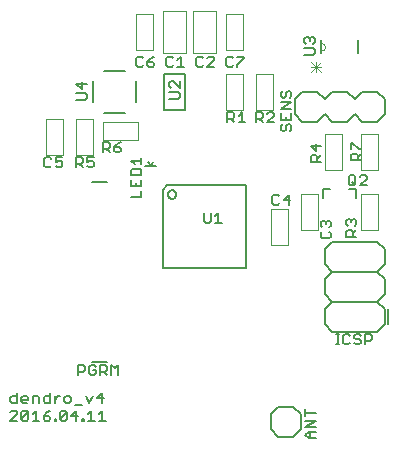
<source format=gto>
G75*
G70*
%OFA0B0*%
%FSLAX24Y24*%
%IPPOS*%
%LPD*%
%AMOC8*
5,1,8,0,0,1.08239X$1,22.5*
%
%ADD10C,0.0060*%
%ADD11C,0.0039*%
%ADD12C,0.0080*%
%ADD13C,0.0050*%
%ADD14C,0.0000*%
%ADD15C,0.0030*%
D10*
X002210Y009370D02*
X002437Y009597D01*
X002437Y009654D01*
X002380Y009710D01*
X002267Y009710D01*
X002210Y009654D01*
X002210Y009370D02*
X002437Y009370D01*
X002578Y009427D02*
X002578Y009654D01*
X002635Y009710D01*
X002748Y009710D01*
X002805Y009654D01*
X002578Y009427D01*
X002635Y009370D01*
X002748Y009370D01*
X002805Y009427D01*
X002805Y009654D01*
X002947Y009597D02*
X003060Y009710D01*
X003060Y009370D01*
X002947Y009370D02*
X003173Y009370D01*
X003315Y009427D02*
X003372Y009370D01*
X003485Y009370D01*
X003542Y009427D01*
X003542Y009483D01*
X003485Y009540D01*
X003315Y009540D01*
X003315Y009427D01*
X003315Y009540D02*
X003428Y009654D01*
X003542Y009710D01*
X003542Y009970D02*
X003372Y009970D01*
X003315Y010027D01*
X003315Y010140D01*
X003372Y010197D01*
X003542Y010197D01*
X003542Y010310D02*
X003542Y009970D01*
X003683Y009970D02*
X003683Y010197D01*
X003683Y010083D02*
X003797Y010197D01*
X003853Y010197D01*
X003990Y010140D02*
X003990Y010027D01*
X004047Y009970D01*
X004160Y009970D01*
X004217Y010027D01*
X004217Y010140D01*
X004160Y010197D01*
X004047Y010197D01*
X003990Y010140D01*
X004038Y009710D02*
X004094Y009654D01*
X003867Y009427D01*
X003924Y009370D01*
X004038Y009370D01*
X004094Y009427D01*
X004094Y009654D01*
X004038Y009710D02*
X003924Y009710D01*
X003867Y009654D01*
X003867Y009427D01*
X003740Y009427D02*
X003740Y009370D01*
X003683Y009370D01*
X003683Y009427D01*
X003740Y009427D01*
X004236Y009540D02*
X004463Y009540D01*
X004406Y009370D02*
X004406Y009710D01*
X004236Y009540D01*
X004359Y009913D02*
X004585Y009913D01*
X004840Y009970D02*
X004727Y010197D01*
X004954Y010197D02*
X004840Y009970D01*
X004902Y009710D02*
X004902Y009370D01*
X005015Y009370D02*
X004788Y009370D01*
X004661Y009370D02*
X004604Y009370D01*
X004604Y009427D01*
X004661Y009427D01*
X004661Y009370D01*
X004788Y009597D02*
X004902Y009710D01*
X005157Y009597D02*
X005270Y009710D01*
X005270Y009370D01*
X005157Y009370D02*
X005383Y009370D01*
X005265Y009970D02*
X005265Y010310D01*
X005095Y010140D01*
X005322Y010140D01*
X005430Y010900D02*
X005317Y011013D01*
X005374Y011013D02*
X005203Y011013D01*
X005203Y010900D02*
X005203Y011240D01*
X005374Y011240D01*
X005430Y011184D01*
X005430Y011070D01*
X005374Y011013D01*
X005572Y010900D02*
X005572Y011240D01*
X005685Y011127D01*
X005799Y011240D01*
X005799Y010900D01*
X005062Y010957D02*
X005062Y011070D01*
X004948Y011070D01*
X004835Y010957D02*
X004892Y010900D01*
X005005Y010900D01*
X005062Y010957D01*
X005062Y011184D02*
X005005Y011240D01*
X004892Y011240D01*
X004835Y011184D01*
X004835Y010957D01*
X004694Y011070D02*
X004637Y011013D01*
X004467Y011013D01*
X004467Y010900D02*
X004467Y011240D01*
X004637Y011240D01*
X004694Y011184D01*
X004694Y011070D01*
X003173Y010140D02*
X003173Y009970D01*
X003173Y010140D02*
X003117Y010197D01*
X002947Y010197D01*
X002947Y009970D01*
X002805Y010083D02*
X002578Y010083D01*
X002578Y010027D02*
X002578Y010140D01*
X002635Y010197D01*
X002748Y010197D01*
X002805Y010140D01*
X002805Y010083D01*
X002748Y009970D02*
X002635Y009970D01*
X002578Y010027D01*
X002437Y009970D02*
X002437Y010310D01*
X002437Y010197D02*
X002267Y010197D01*
X002210Y010140D01*
X002210Y010027D01*
X002267Y009970D01*
X002437Y009970D01*
X006235Y016820D02*
X006575Y016820D01*
X006575Y017047D01*
X006575Y017188D02*
X006575Y017415D01*
X006575Y017557D02*
X006575Y017727D01*
X006518Y017783D01*
X006291Y017783D01*
X006235Y017727D01*
X006235Y017557D01*
X006575Y017557D01*
X006405Y017302D02*
X006405Y017188D01*
X006235Y017188D02*
X006575Y017188D01*
X006235Y017188D02*
X006235Y017415D01*
X006348Y017925D02*
X006235Y018038D01*
X006575Y018038D01*
X006575Y017925D02*
X006575Y018152D01*
X005891Y018381D02*
X005835Y018324D01*
X005721Y018324D01*
X005665Y018381D01*
X005665Y018494D01*
X005835Y018494D01*
X005891Y018437D01*
X005891Y018381D01*
X005665Y018494D02*
X005778Y018608D01*
X005891Y018664D01*
X005523Y018608D02*
X005523Y018494D01*
X005466Y018437D01*
X005296Y018437D01*
X005296Y018324D02*
X005296Y018664D01*
X005466Y018664D01*
X005523Y018608D01*
X005410Y018437D02*
X005523Y018324D01*
X004991Y018164D02*
X004765Y018164D01*
X004765Y017994D01*
X004878Y018051D01*
X004935Y018051D01*
X004991Y017994D01*
X004991Y017881D01*
X004935Y017824D01*
X004821Y017824D01*
X004765Y017881D01*
X004623Y017824D02*
X004510Y017937D01*
X004566Y017937D02*
X004396Y017937D01*
X004396Y017824D02*
X004396Y018164D01*
X004566Y018164D01*
X004623Y018108D01*
X004623Y017994D01*
X004566Y017937D01*
X003941Y017881D02*
X003885Y017824D01*
X003771Y017824D01*
X003715Y017881D01*
X003715Y017994D02*
X003828Y018051D01*
X003885Y018051D01*
X003941Y017994D01*
X003941Y017881D01*
X003715Y017994D02*
X003715Y018164D01*
X003941Y018164D01*
X003573Y018108D02*
X003516Y018164D01*
X003403Y018164D01*
X003346Y018108D01*
X003346Y017881D01*
X003403Y017824D01*
X003516Y017824D01*
X003573Y017881D01*
X004410Y020070D02*
X004693Y020070D01*
X004750Y020127D01*
X004750Y020240D01*
X004693Y020297D01*
X004410Y020297D01*
X004580Y020438D02*
X004410Y020608D01*
X004750Y020608D01*
X004580Y020665D02*
X004580Y020438D01*
X006410Y021227D02*
X006467Y021170D01*
X006580Y021170D01*
X006637Y021227D01*
X006778Y021227D02*
X006835Y021170D01*
X006948Y021170D01*
X007005Y021227D01*
X007005Y021283D01*
X006948Y021340D01*
X006778Y021340D01*
X006778Y021227D01*
X006778Y021340D02*
X006892Y021454D01*
X007005Y021510D01*
X006637Y021454D02*
X006580Y021510D01*
X006467Y021510D01*
X006410Y021454D01*
X006410Y021227D01*
X007410Y021227D02*
X007467Y021170D01*
X007580Y021170D01*
X007637Y021227D01*
X007778Y021170D02*
X008005Y021170D01*
X007892Y021170D02*
X007892Y021510D01*
X007778Y021397D01*
X007637Y021454D02*
X007580Y021510D01*
X007467Y021510D01*
X007410Y021454D01*
X007410Y021227D01*
X007568Y020704D02*
X007512Y020647D01*
X007512Y020534D01*
X007568Y020477D01*
X007512Y020336D02*
X007795Y020336D01*
X007852Y020279D01*
X007852Y020166D01*
X007795Y020109D01*
X007512Y020109D01*
X007852Y020477D02*
X007625Y020704D01*
X007568Y020704D01*
X007852Y020704D02*
X007852Y020477D01*
X008467Y021170D02*
X008410Y021227D01*
X008410Y021454D01*
X008467Y021510D01*
X008580Y021510D01*
X008637Y021454D01*
X008778Y021454D02*
X008835Y021510D01*
X008948Y021510D01*
X009005Y021454D01*
X009005Y021397D01*
X008778Y021170D01*
X009005Y021170D01*
X008637Y021227D02*
X008580Y021170D01*
X008467Y021170D01*
X009410Y021227D02*
X009467Y021170D01*
X009580Y021170D01*
X009637Y021227D01*
X009778Y021227D02*
X009778Y021170D01*
X009778Y021227D02*
X010005Y021454D01*
X010005Y021510D01*
X009778Y021510D01*
X009637Y021454D02*
X009580Y021510D01*
X009467Y021510D01*
X009410Y021454D01*
X009410Y021227D01*
X009446Y019664D02*
X009616Y019664D01*
X009673Y019608D01*
X009673Y019494D01*
X009616Y019437D01*
X009446Y019437D01*
X009446Y019324D02*
X009446Y019664D01*
X009560Y019437D02*
X009673Y019324D01*
X009815Y019324D02*
X010041Y019324D01*
X009928Y019324D02*
X009928Y019664D01*
X009815Y019551D01*
X010396Y019664D02*
X010396Y019324D01*
X010396Y019437D02*
X010566Y019437D01*
X010623Y019494D01*
X010623Y019608D01*
X010566Y019664D01*
X010396Y019664D01*
X010510Y019437D02*
X010623Y019324D01*
X010765Y019324D02*
X010991Y019551D01*
X010991Y019608D01*
X010935Y019664D01*
X010821Y019664D01*
X010765Y019608D01*
X010765Y019324D02*
X010991Y019324D01*
X011230Y019395D02*
X011230Y019622D01*
X011230Y019763D02*
X011570Y019990D01*
X011230Y019990D01*
X011286Y020132D02*
X011230Y020188D01*
X011230Y020302D01*
X011286Y020359D01*
X011400Y020302D02*
X011457Y020359D01*
X011513Y020359D01*
X011570Y020302D01*
X011570Y020188D01*
X011513Y020132D01*
X011400Y020188D02*
X011400Y020302D01*
X011400Y020188D02*
X011343Y020132D01*
X011286Y020132D01*
X011230Y019763D02*
X011570Y019763D01*
X011570Y019622D02*
X011570Y019395D01*
X011230Y019395D01*
X011286Y019254D02*
X011230Y019197D01*
X011230Y019083D01*
X011286Y019027D01*
X011343Y019027D01*
X011400Y019083D01*
X011400Y019197D01*
X011457Y019254D01*
X011513Y019254D01*
X011570Y019197D01*
X011570Y019083D01*
X011513Y019027D01*
X011400Y019395D02*
X011400Y019508D01*
X012214Y018536D02*
X012384Y018365D01*
X012384Y018592D01*
X012554Y018536D02*
X012214Y018536D01*
X012270Y018224D02*
X012384Y018224D01*
X012441Y018167D01*
X012441Y017997D01*
X012554Y017997D02*
X012214Y017997D01*
X012214Y018167D01*
X012270Y018224D01*
X012441Y018111D02*
X012554Y018224D01*
X013485Y017504D02*
X013485Y017277D01*
X013542Y017220D01*
X013655Y017220D01*
X013712Y017277D01*
X013712Y017504D01*
X013655Y017560D01*
X013542Y017560D01*
X013485Y017504D01*
X013598Y017333D02*
X013712Y017220D01*
X013853Y017220D02*
X014080Y017447D01*
X014080Y017504D01*
X014023Y017560D01*
X013910Y017560D01*
X013853Y017504D01*
X013853Y017220D02*
X014080Y017220D01*
X013896Y018056D02*
X013556Y018056D01*
X013556Y018226D01*
X013612Y018283D01*
X013726Y018283D01*
X013783Y018226D01*
X013783Y018056D01*
X013783Y018170D02*
X013896Y018283D01*
X013896Y018425D02*
X013839Y018425D01*
X013612Y018651D01*
X013556Y018651D01*
X013556Y018425D01*
X013519Y016101D02*
X013576Y016045D01*
X013633Y016101D01*
X013689Y016101D01*
X013746Y016045D01*
X013746Y015931D01*
X013689Y015875D01*
X013746Y015733D02*
X013633Y015620D01*
X013633Y015676D02*
X013633Y015506D01*
X013746Y015506D02*
X013406Y015506D01*
X013406Y015676D01*
X013462Y015733D01*
X013576Y015733D01*
X013633Y015676D01*
X013462Y015875D02*
X013406Y015931D01*
X013406Y016045D01*
X013462Y016101D01*
X013519Y016101D01*
X013576Y016045D02*
X013576Y015988D01*
X012896Y015995D02*
X012896Y015881D01*
X012839Y015825D01*
X012839Y015683D02*
X012896Y015626D01*
X012896Y015513D01*
X012839Y015456D01*
X012612Y015456D01*
X012556Y015513D01*
X012556Y015626D01*
X012612Y015683D01*
X012612Y015825D02*
X012556Y015881D01*
X012556Y015995D01*
X012612Y016051D01*
X012669Y016051D01*
X012726Y015995D01*
X012783Y016051D01*
X012839Y016051D01*
X012896Y015995D01*
X012726Y015995D02*
X012726Y015938D01*
X011485Y016574D02*
X011485Y016914D01*
X011315Y016744D01*
X011541Y016744D01*
X011173Y016631D02*
X011116Y016574D01*
X011003Y016574D01*
X010946Y016631D01*
X010946Y016858D01*
X011003Y016914D01*
X011116Y016914D01*
X011173Y016858D01*
X010060Y017220D02*
X007440Y017220D01*
X007300Y017080D01*
X007300Y014460D01*
X010060Y014460D01*
X010060Y017220D01*
X009142Y016310D02*
X009142Y015970D01*
X009255Y015970D02*
X009028Y015970D01*
X008887Y016027D02*
X008887Y016310D01*
X009028Y016197D02*
X009142Y016310D01*
X008887Y016027D02*
X008830Y015970D01*
X008717Y015970D01*
X008660Y016027D01*
X008660Y016310D01*
X007459Y016920D02*
X007461Y016943D01*
X007467Y016966D01*
X007476Y016987D01*
X007489Y017007D01*
X007505Y017024D01*
X007523Y017038D01*
X007543Y017049D01*
X007565Y017057D01*
X007588Y017061D01*
X007612Y017061D01*
X007635Y017057D01*
X007657Y017049D01*
X007677Y017038D01*
X007695Y017024D01*
X007711Y017007D01*
X007724Y016987D01*
X007733Y016966D01*
X007739Y016943D01*
X007741Y016920D01*
X007739Y016897D01*
X007733Y016874D01*
X007724Y016853D01*
X007711Y016833D01*
X007695Y016816D01*
X007677Y016802D01*
X007657Y016791D01*
X007635Y016783D01*
X007612Y016779D01*
X007588Y016779D01*
X007565Y016783D01*
X007543Y016791D01*
X007523Y016802D01*
X007505Y016816D01*
X007489Y016833D01*
X007476Y016853D01*
X007467Y016874D01*
X007461Y016897D01*
X007459Y016920D01*
X012010Y021570D02*
X012293Y021570D01*
X012350Y021627D01*
X012350Y021740D01*
X012293Y021797D01*
X012010Y021797D01*
X012066Y021938D02*
X012010Y021995D01*
X012010Y022108D01*
X012066Y022165D01*
X012123Y022165D01*
X012180Y022108D01*
X012237Y022165D01*
X012293Y022165D01*
X012350Y022108D01*
X012350Y021995D01*
X012293Y021938D01*
X012180Y022052D02*
X012180Y022108D01*
X012570Y022060D02*
X012570Y021960D01*
X012570Y021720D01*
X012570Y021620D01*
X013790Y021620D02*
X013790Y022060D01*
X013844Y012260D02*
X013730Y012260D01*
X013673Y012204D01*
X013673Y012147D01*
X013730Y012090D01*
X013844Y012090D01*
X013900Y012033D01*
X013900Y011977D01*
X013844Y011920D01*
X013730Y011920D01*
X013673Y011977D01*
X013532Y011977D02*
X013475Y011920D01*
X013362Y011920D01*
X013305Y011977D01*
X013305Y012204D01*
X013362Y012260D01*
X013475Y012260D01*
X013532Y012204D01*
X013844Y012260D02*
X013900Y012204D01*
X014042Y012260D02*
X014042Y011920D01*
X014042Y012033D02*
X014212Y012033D01*
X014269Y012090D01*
X014269Y012204D01*
X014212Y012260D01*
X014042Y012260D01*
X013173Y012260D02*
X013060Y012260D01*
X013116Y012260D02*
X013116Y011920D01*
X013060Y011920D02*
X013173Y011920D01*
X012040Y009753D02*
X012040Y009527D01*
X012040Y009640D02*
X012380Y009640D01*
X012380Y009385D02*
X012040Y009385D01*
X012040Y009158D02*
X012380Y009385D01*
X012380Y009158D02*
X012040Y009158D01*
X012153Y009017D02*
X012040Y008903D01*
X012153Y008790D01*
X012380Y008790D01*
X012210Y008790D02*
X012210Y009017D01*
X012153Y009017D02*
X012380Y009017D01*
D11*
X011475Y015249D02*
X010885Y015249D01*
X010885Y016431D01*
X011475Y016431D01*
X011475Y015249D01*
X011885Y015749D02*
X012475Y015749D01*
X012475Y016931D01*
X011885Y016931D01*
X011885Y015749D01*
X012685Y017749D02*
X013275Y017749D01*
X013275Y018931D01*
X012685Y018931D01*
X012685Y017749D01*
X013885Y017749D02*
X014475Y017749D01*
X014475Y018931D01*
X013885Y018931D01*
X013885Y017749D01*
X013885Y016931D02*
X014475Y016931D01*
X014475Y015749D01*
X013885Y015749D01*
X013885Y016931D01*
X010975Y019749D02*
X010975Y020931D01*
X010385Y020931D01*
X010385Y019749D01*
X010975Y019749D01*
X009975Y019749D02*
X009975Y020931D01*
X009385Y020931D01*
X009385Y019749D01*
X009975Y019749D01*
X009074Y021651D02*
X008286Y021651D01*
X008286Y023029D01*
X009074Y023029D01*
X009074Y021651D01*
X009385Y021749D02*
X009975Y021749D01*
X009975Y022931D01*
X009385Y022931D01*
X009385Y021749D01*
X008074Y021651D02*
X007286Y021651D01*
X007286Y023029D01*
X008074Y023029D01*
X008074Y021651D01*
X006975Y021749D02*
X006975Y022931D01*
X006385Y022931D01*
X006385Y021749D01*
X006975Y021749D01*
X006471Y019335D02*
X005289Y019335D01*
X005289Y018745D01*
X006471Y018745D01*
X006471Y019335D01*
X004975Y019431D02*
X004975Y018249D01*
X004385Y018249D01*
X004385Y019431D01*
X004975Y019431D01*
X003975Y019431D02*
X003975Y018249D01*
X003385Y018249D01*
X003385Y019431D01*
X003975Y019431D01*
D12*
X004930Y017340D02*
X005430Y017340D01*
X006699Y017873D02*
X006880Y017873D01*
X006788Y017995D01*
X006880Y017873D02*
X007061Y017873D01*
X006966Y017995D02*
X006890Y017879D01*
X005430Y011340D02*
X004930Y011340D01*
X010880Y009590D02*
X010880Y009090D01*
X011130Y008840D01*
X011630Y008840D01*
X011880Y009090D01*
X011880Y009590D01*
X011630Y009840D01*
X011130Y009840D01*
X010880Y009590D01*
X012930Y012340D02*
X012680Y012590D01*
X012680Y013090D01*
X012930Y013340D01*
X014430Y013340D01*
X014680Y013590D01*
X014680Y014090D01*
X014430Y014340D01*
X012930Y014340D01*
X012680Y014590D01*
X012680Y015090D01*
X012930Y015340D01*
X014430Y015340D01*
X014680Y015090D01*
X014680Y014590D01*
X014430Y014340D01*
X014430Y013340D02*
X014680Y013090D01*
X014680Y012590D01*
X014430Y012340D01*
X012930Y012340D01*
X012930Y013340D02*
X012680Y013590D01*
X012680Y014090D01*
X012930Y014340D01*
X012629Y016801D02*
X012629Y017116D01*
X012865Y017116D01*
X013495Y017116D02*
X013731Y017116D01*
X013731Y016801D01*
X013930Y019340D02*
X013680Y019590D01*
X013430Y019340D01*
X012930Y019340D01*
X012680Y019590D01*
X012430Y019340D01*
X011930Y019340D01*
X011680Y019590D01*
X011680Y020090D01*
X011930Y020340D01*
X012430Y020340D01*
X012680Y020090D01*
X012930Y020340D01*
X013430Y020340D01*
X013680Y020090D01*
X013930Y020340D01*
X014430Y020340D01*
X014680Y020090D01*
X014680Y019590D01*
X014430Y019340D01*
X013930Y019340D01*
X014812Y013090D02*
X014812Y012590D01*
D13*
X008034Y019749D02*
X008034Y020931D01*
X007326Y020931D01*
X007326Y019749D01*
X008034Y019749D01*
X006389Y019986D02*
X006389Y020694D01*
X006034Y021049D02*
X005326Y021049D01*
X004971Y020694D02*
X004971Y019986D01*
X005326Y019631D02*
X006034Y019631D01*
D14*
X012570Y021720D02*
X012591Y021722D01*
X012611Y021727D01*
X012630Y021736D01*
X012647Y021748D01*
X012662Y021763D01*
X012674Y021780D01*
X012683Y021799D01*
X012688Y021819D01*
X012690Y021840D01*
X012688Y021861D01*
X012683Y021881D01*
X012674Y021900D01*
X012662Y021917D01*
X012647Y021932D01*
X012630Y021944D01*
X012611Y021953D01*
X012591Y021958D01*
X012570Y021960D01*
D15*
X012547Y021329D02*
X012233Y021015D01*
X012233Y021172D02*
X012547Y021172D01*
X012547Y021015D02*
X012233Y021329D01*
X012390Y021329D02*
X012390Y021015D01*
M02*

</source>
